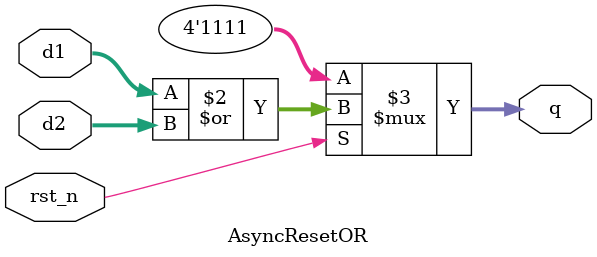
<source format=sv>
module AsyncResetOR(
    input rst_n,
    input [3:0] d1, d2,
    output reg [3:0] q
);
    always @(*) begin
        q = rst_n ? (d1 | d2) : 4'b1111;
    end
endmodule

</source>
